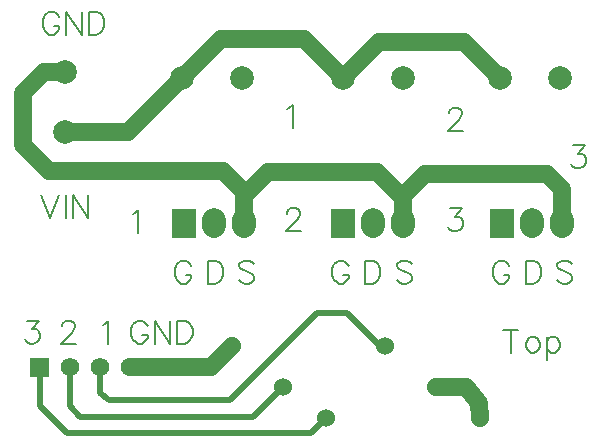
<source format=gtl>
G04 Layer: TopLayer*
G04 EasyEDA v6.4.20.6, 2021-07-12T14:55:30+02:00*
G04 d0fccb6582e04fcdb478b3de06c523d3,74a9197d99fe486e8768ab895f0c19fe,10*
G04 Gerber Generator version 0.2*
G04 Scale: 100 percent, Rotated: No, Reflected: No *
G04 Dimensions in millimeters *
G04 leading zeros omitted , absolute positions ,4 integer and 5 decimal *
%FSLAX45Y45*%
%MOMM*%

%ADD11C,1.5000*%
%ADD12C,0.5000*%
%ADD13C,0.2032*%
%ADD15C,1.5240*%
%ADD16C,2.0000*%
%ADD18C,1.5748*%

%LPD*%
D13*
X2081529Y-12033250D02*
G01*
X2072386Y-12014708D01*
X2053843Y-11996165D01*
X2035556Y-11987021D01*
X1998472Y-11987021D01*
X1979929Y-11996165D01*
X1961641Y-12014708D01*
X1952243Y-12033250D01*
X1943100Y-12060936D01*
X1943100Y-12106910D01*
X1952243Y-12134850D01*
X1961641Y-12153137D01*
X1979929Y-12171679D01*
X1998472Y-12180824D01*
X2035556Y-12180824D01*
X2053843Y-12171679D01*
X2072386Y-12153137D01*
X2081529Y-12134850D01*
X2081529Y-12106910D01*
X2035556Y-12106910D02*
G01*
X2081529Y-12106910D01*
X2142490Y-11987021D02*
G01*
X2142490Y-12180824D01*
X2142490Y-11987021D02*
G01*
X2272029Y-12180824D01*
X2272029Y-11987021D02*
G01*
X2272029Y-12180824D01*
X2332990Y-11987021D02*
G01*
X2332990Y-12180824D01*
X2332990Y-11987021D02*
G01*
X2397506Y-11987021D01*
X2425191Y-11996165D01*
X2443734Y-12014708D01*
X2452877Y-12033250D01*
X2462275Y-12060936D01*
X2462275Y-12106910D01*
X2452877Y-12134850D01*
X2443734Y-12153137D01*
X2425191Y-12171679D01*
X2397506Y-12180824D01*
X2332990Y-12180824D01*
X1701800Y-12023852D02*
G01*
X1720342Y-12014708D01*
X1748028Y-11987021D01*
X1748028Y-12180824D01*
X1355344Y-12033250D02*
G01*
X1355344Y-12023852D01*
X1364742Y-12005310D01*
X1373886Y-11996165D01*
X1392428Y-11987021D01*
X1429257Y-11987021D01*
X1447800Y-11996165D01*
X1456944Y-12005310D01*
X1466342Y-12023852D01*
X1466342Y-12042394D01*
X1456944Y-12060936D01*
X1438655Y-12088621D01*
X1346200Y-12180824D01*
X1475486Y-12180824D01*
X1059942Y-11987021D02*
G01*
X1161542Y-11987021D01*
X1106170Y-12060936D01*
X1133855Y-12060936D01*
X1152144Y-12070079D01*
X1161542Y-12079224D01*
X1170686Y-12106910D01*
X1170686Y-12125452D01*
X1161542Y-12153137D01*
X1143000Y-12171679D01*
X1115313Y-12180824D01*
X1087628Y-12180824D01*
X1059942Y-12171679D01*
X1050544Y-12162536D01*
X1041400Y-12143994D01*
X1181100Y-10920221D02*
G01*
X1255013Y-11114024D01*
X1328928Y-10920221D02*
G01*
X1255013Y-11114024D01*
X1389887Y-10920221D02*
G01*
X1389887Y-11114024D01*
X1450847Y-10920221D02*
G01*
X1450847Y-11114024D01*
X1450847Y-10920221D02*
G01*
X1580134Y-11114024D01*
X1580134Y-10920221D02*
G01*
X1580134Y-11114024D01*
X3783329Y-11525250D02*
G01*
X3774186Y-11506708D01*
X3755643Y-11488165D01*
X3737356Y-11479021D01*
X3700272Y-11479021D01*
X3681729Y-11488165D01*
X3663441Y-11506708D01*
X3654043Y-11525250D01*
X3644900Y-11552936D01*
X3644900Y-11598910D01*
X3654043Y-11626850D01*
X3663441Y-11645137D01*
X3681729Y-11663679D01*
X3700272Y-11672824D01*
X3737356Y-11672824D01*
X3755643Y-11663679D01*
X3774186Y-11645137D01*
X3783329Y-11626850D01*
X3783329Y-11598910D01*
X3737356Y-11598910D02*
G01*
X3783329Y-11598910D01*
X3924300Y-11479021D02*
G01*
X3924300Y-11672824D01*
X3924300Y-11479021D02*
G01*
X3989070Y-11479021D01*
X4016756Y-11488165D01*
X4035043Y-11506708D01*
X4044441Y-11525250D01*
X4053586Y-11552936D01*
X4053586Y-11598910D01*
X4044441Y-11626850D01*
X4035043Y-11645137D01*
X4016756Y-11663679D01*
X3989070Y-11672824D01*
X3924300Y-11672824D01*
X4320286Y-11506708D02*
G01*
X4301743Y-11488165D01*
X4274058Y-11479021D01*
X4237227Y-11479021D01*
X4209541Y-11488165D01*
X4191000Y-11506708D01*
X4191000Y-11525250D01*
X4200143Y-11543537D01*
X4209541Y-11552936D01*
X4227829Y-11562079D01*
X4283456Y-11580621D01*
X4301743Y-11589765D01*
X4311141Y-11598910D01*
X4320286Y-11617452D01*
X4320286Y-11645137D01*
X4301743Y-11663679D01*
X4274058Y-11672824D01*
X4237227Y-11672824D01*
X4209541Y-11663679D01*
X4191000Y-11645137D01*
X2449829Y-11525250D02*
G01*
X2440686Y-11506708D01*
X2422143Y-11488165D01*
X2403856Y-11479021D01*
X2366772Y-11479021D01*
X2348229Y-11488165D01*
X2329941Y-11506708D01*
X2320543Y-11525250D01*
X2311400Y-11552936D01*
X2311400Y-11598910D01*
X2320543Y-11626850D01*
X2329941Y-11645137D01*
X2348229Y-11663679D01*
X2366772Y-11672824D01*
X2403856Y-11672824D01*
X2422143Y-11663679D01*
X2440686Y-11645137D01*
X2449829Y-11626850D01*
X2449829Y-11598910D01*
X2403856Y-11598910D02*
G01*
X2449829Y-11598910D01*
X2590800Y-11479021D02*
G01*
X2590800Y-11672824D01*
X2590800Y-11479021D02*
G01*
X2655570Y-11479021D01*
X2683256Y-11488165D01*
X2701543Y-11506708D01*
X2710941Y-11525250D01*
X2720086Y-11552936D01*
X2720086Y-11598910D01*
X2710941Y-11626850D01*
X2701543Y-11645137D01*
X2683256Y-11663679D01*
X2655570Y-11672824D01*
X2590800Y-11672824D01*
X2986786Y-11506708D02*
G01*
X2968243Y-11488165D01*
X2940558Y-11479021D01*
X2903727Y-11479021D01*
X2876041Y-11488165D01*
X2857500Y-11506708D01*
X2857500Y-11525250D01*
X2866643Y-11543537D01*
X2876041Y-11552936D01*
X2894329Y-11562079D01*
X2949956Y-11580621D01*
X2968243Y-11589765D01*
X2977641Y-11598910D01*
X2986786Y-11617452D01*
X2986786Y-11645137D01*
X2968243Y-11663679D01*
X2940558Y-11672824D01*
X2903727Y-11672824D01*
X2876041Y-11663679D01*
X2857500Y-11645137D01*
X5142229Y-11525250D02*
G01*
X5133086Y-11506708D01*
X5114543Y-11488165D01*
X5096256Y-11479021D01*
X5059172Y-11479021D01*
X5040629Y-11488165D01*
X5022341Y-11506708D01*
X5012943Y-11525250D01*
X5003800Y-11552936D01*
X5003800Y-11598910D01*
X5012943Y-11626850D01*
X5022341Y-11645137D01*
X5040629Y-11663679D01*
X5059172Y-11672824D01*
X5096256Y-11672824D01*
X5114543Y-11663679D01*
X5133086Y-11645137D01*
X5142229Y-11626850D01*
X5142229Y-11598910D01*
X5096256Y-11598910D02*
G01*
X5142229Y-11598910D01*
X5283200Y-11479021D02*
G01*
X5283200Y-11672824D01*
X5283200Y-11479021D02*
G01*
X5347970Y-11479021D01*
X5375656Y-11488165D01*
X5393943Y-11506708D01*
X5403341Y-11525250D01*
X5412486Y-11552936D01*
X5412486Y-11598910D01*
X5403341Y-11626850D01*
X5393943Y-11645137D01*
X5375656Y-11663679D01*
X5347970Y-11672824D01*
X5283200Y-11672824D01*
X5679186Y-11506708D02*
G01*
X5660643Y-11488165D01*
X5632958Y-11479021D01*
X5596127Y-11479021D01*
X5568441Y-11488165D01*
X5549900Y-11506708D01*
X5549900Y-11525250D01*
X5559043Y-11543537D01*
X5568441Y-11552936D01*
X5586729Y-11562079D01*
X5642356Y-11580621D01*
X5660643Y-11589765D01*
X5670041Y-11598910D01*
X5679186Y-11617452D01*
X5679186Y-11645137D01*
X5660643Y-11663679D01*
X5632958Y-11672824D01*
X5596127Y-11672824D01*
X5568441Y-11663679D01*
X5549900Y-11645137D01*
X1332229Y-9417050D02*
G01*
X1323086Y-9398508D01*
X1304544Y-9379965D01*
X1286255Y-9370821D01*
X1249171Y-9370821D01*
X1230629Y-9379965D01*
X1212342Y-9398508D01*
X1202944Y-9417050D01*
X1193800Y-9444736D01*
X1193800Y-9490710D01*
X1202944Y-9518650D01*
X1212342Y-9536937D01*
X1230629Y-9555479D01*
X1249171Y-9564624D01*
X1286255Y-9564624D01*
X1304544Y-9555479D01*
X1323086Y-9536937D01*
X1332229Y-9518650D01*
X1332229Y-9490710D01*
X1286255Y-9490710D02*
G01*
X1332229Y-9490710D01*
X1393189Y-9370821D02*
G01*
X1393189Y-9564624D01*
X1393189Y-9370821D02*
G01*
X1522729Y-9564624D01*
X1522729Y-9370821D02*
G01*
X1522729Y-9564624D01*
X1583689Y-9370821D02*
G01*
X1583689Y-9564624D01*
X1583689Y-9370821D02*
G01*
X1648205Y-9370821D01*
X1675892Y-9379965D01*
X1694434Y-9398508D01*
X1703578Y-9417050D01*
X1712976Y-9444736D01*
X1712976Y-9490710D01*
X1703578Y-9518650D01*
X1694434Y-9536937D01*
X1675892Y-9555479D01*
X1648205Y-9564624D01*
X1583689Y-9564624D01*
X1955800Y-11084052D02*
G01*
X1974341Y-11074908D01*
X2002027Y-11047221D01*
X2002027Y-11241024D01*
X3260343Y-11080750D02*
G01*
X3260343Y-11071352D01*
X3269741Y-11052810D01*
X3278886Y-11043665D01*
X3297427Y-11034521D01*
X3334258Y-11034521D01*
X3352800Y-11043665D01*
X3361943Y-11052810D01*
X3371341Y-11071352D01*
X3371341Y-11089894D01*
X3361943Y-11108436D01*
X3343656Y-11136121D01*
X3251200Y-11228324D01*
X3380486Y-11228324D01*
X4641341Y-11034521D02*
G01*
X4742941Y-11034521D01*
X4687570Y-11108436D01*
X4715256Y-11108436D01*
X4733543Y-11117579D01*
X4742941Y-11126724D01*
X4752086Y-11154410D01*
X4752086Y-11172952D01*
X4742941Y-11200637D01*
X4724400Y-11219179D01*
X4696713Y-11228324D01*
X4669027Y-11228324D01*
X4641341Y-11219179D01*
X4631943Y-11210036D01*
X4622800Y-11191494D01*
X3263900Y-10195052D02*
G01*
X3282441Y-10185908D01*
X3310127Y-10158221D01*
X3310127Y-10352024D01*
X4631943Y-10229850D02*
G01*
X4631943Y-10220452D01*
X4641341Y-10201910D01*
X4650486Y-10192765D01*
X4669027Y-10183621D01*
X4705858Y-10183621D01*
X4724400Y-10192765D01*
X4733543Y-10201910D01*
X4742941Y-10220452D01*
X4742941Y-10238994D01*
X4733543Y-10257536D01*
X4715256Y-10285221D01*
X4622800Y-10377424D01*
X4752086Y-10377424D01*
X5682741Y-10501121D02*
G01*
X5784341Y-10501121D01*
X5728970Y-10575036D01*
X5756656Y-10575036D01*
X5774943Y-10584179D01*
X5784341Y-10593324D01*
X5793486Y-10621010D01*
X5793486Y-10639552D01*
X5784341Y-10667237D01*
X5765800Y-10685779D01*
X5738113Y-10694924D01*
X5710427Y-10694924D01*
X5682741Y-10685779D01*
X5673343Y-10676636D01*
X5664200Y-10658094D01*
X5157470Y-12063221D02*
G01*
X5157470Y-12257024D01*
X5092700Y-12063221D02*
G01*
X5221986Y-12063221D01*
X5329174Y-12127737D02*
G01*
X5310631Y-12137136D01*
X5292090Y-12155424D01*
X5282945Y-12183110D01*
X5282945Y-12201652D01*
X5292090Y-12229337D01*
X5310631Y-12247879D01*
X5329174Y-12257024D01*
X5356859Y-12257024D01*
X5375402Y-12247879D01*
X5393690Y-12229337D01*
X5403088Y-12201652D01*
X5403088Y-12183110D01*
X5393690Y-12155424D01*
X5375402Y-12137136D01*
X5356859Y-12127737D01*
X5329174Y-12127737D01*
X5464047Y-12127737D02*
G01*
X5464047Y-12321794D01*
X5464047Y-12155424D02*
G01*
X5482590Y-12137136D01*
X5500877Y-12127737D01*
X5528563Y-12127737D01*
X5547106Y-12137136D01*
X5565647Y-12155424D01*
X5574791Y-12183110D01*
X5574791Y-12201652D01*
X5565647Y-12229337D01*
X5547106Y-12247879D01*
X5528563Y-12257024D01*
X5500877Y-12257024D01*
X5482590Y-12247879D01*
X5464047Y-12229337D01*
D11*
X5588000Y-11163300D02*
G01*
X5588000Y-10871200D01*
X5461000Y-10744200D01*
X4432300Y-10744200D01*
X4241800Y-10934700D01*
X4241800Y-11163300D01*
X2895600Y-11163300D02*
G01*
X2895600Y-10934700D01*
X3098800Y-10731500D01*
X4025900Y-10731500D01*
X4241800Y-10947400D01*
X4241800Y-11163300D01*
X2895600Y-11163300D02*
G01*
X2895600Y-10896600D01*
X2717800Y-10718800D01*
X1244600Y-10718800D01*
X1028700Y-10502900D01*
X1028700Y-10058400D01*
X1206500Y-9880600D01*
X1384300Y-9880600D01*
X3733800Y-9931400D02*
G01*
X3403600Y-9601200D01*
X2705100Y-9601200D01*
X2374900Y-9931400D01*
X5067300Y-9931400D02*
G01*
X4762500Y-9626600D01*
X4038600Y-9626600D01*
X3733800Y-9931400D01*
X2374900Y-9931400D02*
G01*
X1917700Y-10388600D01*
X1384300Y-10388600D01*
X4894072Y-12814300D02*
G01*
X4889500Y-12687300D01*
X4775200Y-12547600D01*
X4525772Y-12547600D01*
X1930400Y-12382500D02*
G01*
X2616200Y-12382500D01*
X2794000Y-12204700D01*
D12*
X1676400Y-12382500D02*
G01*
X1676400Y-12598400D01*
X1752600Y-12661900D01*
X2781300Y-12661900D01*
X3517900Y-11925300D01*
X3771900Y-11925300D01*
X4051300Y-12204700D01*
X4093997Y-12204700D01*
X1422400Y-12382500D02*
G01*
X1422400Y-12712700D01*
X1511300Y-12801600D01*
X2971800Y-12801600D01*
X3225800Y-12547600D01*
X1168400Y-12382500D02*
G01*
X1168400Y-12712700D01*
X1397000Y-12941300D01*
X3467100Y-12941300D01*
X3594100Y-12814300D01*
G36*
X2287524Y-11038331D02*
G01*
X2487675Y-11038331D01*
X2487675Y-11288268D01*
X2287524Y-11288268D01*
G37*
G36*
X3633724Y-11038331D02*
G01*
X3833875Y-11038331D01*
X3833875Y-11288268D01*
X3633724Y-11288268D01*
G37*
G36*
X4979924Y-11038331D02*
G01*
X5180075Y-11038331D01*
X5180075Y-11288268D01*
X4979924Y-11288268D01*
G37*
D15*
G01*
X2794000Y-12204700D03*
G01*
X4093997Y-12204700D03*
G01*
X3225800Y-12547600D03*
G01*
X4525797Y-12547600D03*
G01*
X3594100Y-12814300D03*
G01*
X4894097Y-12814300D03*
D16*
G01*
X1384300Y-9880600D03*
G01*
X1384300Y-10388600D03*
G01*
X5575300Y-9931400D03*
G01*
X5067300Y-9931400D03*
G01*
X4241800Y-9931400D03*
G01*
X3733800Y-9931400D03*
G01*
X2882900Y-9931400D03*
G01*
X2374900Y-9931400D03*
G36*
X1089660Y-12303760D02*
G01*
X1247139Y-12303760D01*
X1247139Y-12461239D01*
X1089660Y-12461239D01*
G37*
D18*
G01*
X1422400Y-12382500D03*
G01*
X1676400Y-12382500D03*
G01*
X1930400Y-12382500D03*
D16*
X2895600Y-11138301D02*
G01*
X2895600Y-11188301D01*
X2641600Y-11138301D02*
G01*
X2641600Y-11188301D01*
X4241800Y-11138301D02*
G01*
X4241800Y-11188301D01*
X3987800Y-11138301D02*
G01*
X3987800Y-11188301D01*
X5588000Y-11138301D02*
G01*
X5588000Y-11188301D01*
X5334000Y-11138301D02*
G01*
X5334000Y-11188301D01*
M02*

</source>
